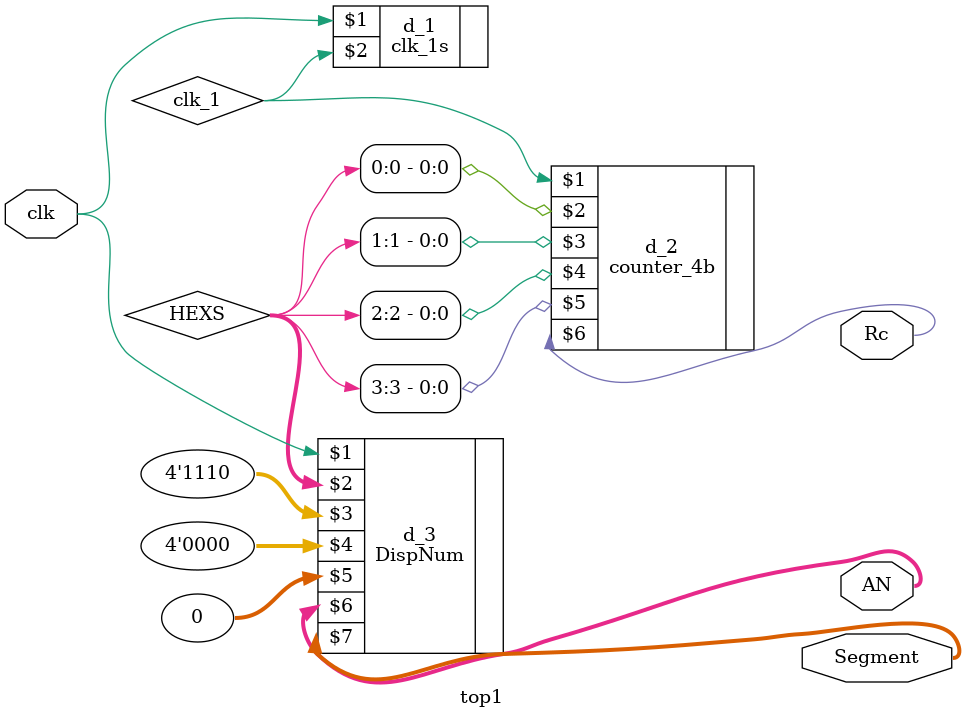
<source format=v>
module top1 (
    clk,
    Segment,
    AN,
    Rc
);
  input wire clk;
  output wire [7:0] Segment;
  output wire [3:0] AN;
  output wire Rc;
  wire[15:0] HEXS;
  wire clk_1;
  clk_1s d_1(clk,clk_1);
  counter_4b d_2(clk_1,HEXS[0],HEXS[1],HEXS[2],HEXS[3],Rc);
  DispNum d_3(clk,HEXS,4'b1110,4'b0000,0,AN,Segment);
endmodule

</source>
